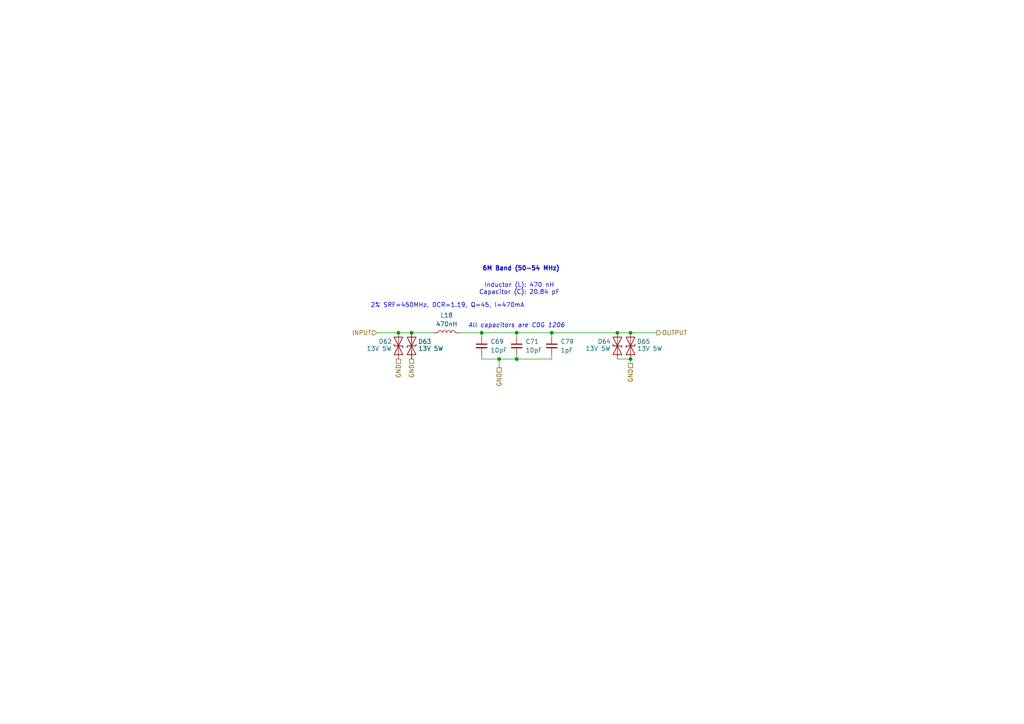
<source format=kicad_sch>
(kicad_sch (version 20231120) (generator "eeschema") (generator_version "8.0")
  (paper "A4")
  (lib_symbols
    (symbol "Device:C_Small" (pin_numbers hide) (pin_names (offset 0.254) hide)
      (property "Reference" "C" (at 0.254 1.778 0))
      (property "Value" "C_Small" (at 0.254 -2.032 0))
      (symbol "C_Small_0_1"
        (polyline (pts (xy -1.524 -0.508) (xy 1.524 -0.508)) (stroke (width 0.3302)))
        (polyline (pts (xy -1.524 0.508) (xy 1.524 0.508)) (stroke (width 0.3048)))
      )
      (symbol "C_Small_1_1"
        (pin passive line (at 0 2.54 270) (length 2.032) (name "~") (number "1"))
        (pin passive line (at 0 -2.54 90) (length 2.032) (name "~") (number "2"))
      )
    )
    (symbol "Device:L" (pin_numbers hide) (pin_names (offset 1.016) hide)
      (property "Reference" "L" (at -1.27 0 90))
      (property "Value" "L" (at 1.905 0 90))
      (symbol "L_0_1"
        (arc (start 0 -2.54) (mid 0.6323 -1.905) (end 0 -1.27))
        (arc (start 0 -1.27) (mid 0.6323 -0.635) (end 0 0))
        (arc (start 0 0) (mid 0.6323 0.635) (end 0 1.27))
        (arc (start 0 1.27) (mid 0.6323 1.905) (end 0 2.54))
      )
      (symbol "L_1_1"
        (pin passive line (at 0 3.81 270) (length 1.27) (name "1") (number "1"))
        (pin passive line (at 0 -3.81 90) (length 1.27) (name "2") (number "2"))
      )
    )
    (symbol "Diode:SD15_SOD323" (pin_numbers hide) (pin_names (offset 1.016) hide)
      (property "Reference" "D" (at 0 2.54 0))
      (property "Value" "SD15_SOD323" (at 0 -2.54 0))
      (symbol "SD15_SOD323_0_1"
        (polyline (pts (xy 1.27 0) (xy -1.27 0)))
        (polyline (pts (xy -2.54 -1.27) (xy 0 0) (xy -2.54 1.27) (xy -2.54 -1.27)) (stroke (width 0.2032)))
        (polyline (pts (xy 0.508 1.27) (xy 0 1.27) (xy 0 -1.27) (xy -0.508 -1.27)) (stroke (width 0.2032)))
        (polyline (pts (xy 2.54 1.27) (xy 2.54 -1.27) (xy 0 0) (xy 2.54 1.27)) (stroke (width 0.2032)))
      )
      (symbol "SD15_SOD323_1_1"
        (pin passive line (at -3.81 0 0) (length 2.54) (name "A1") (number "1"))
        (pin passive line (at 3.81 0 180) (length 2.54) (name "A2") (number "2"))
      )
    )
  )
  (junction (at 139.7 96.52))
  (junction (at 119.38 96.52))
  (junction (at 144.78 104.14))
  (junction (at 182.88 96.52))
  (junction (at 149.86 104.14))
  (junction (at 160.02 96.52))
  (junction (at 182.88 104.14))
  (junction (at 149.86 96.52))
  (junction (at 179.07 96.52))
  (junction (at 115.57 96.52))
  (wire (pts (xy 139.7 96.52) (xy 149.86 96.52)))
  (wire (pts (xy 179.07 96.52) (xy 182.88 96.52)))
  (wire (pts (xy 149.86 102.87) (xy 149.86 104.14)))
  (wire (pts (xy 119.38 96.52) (xy 125.73 96.52)))
  (wire (pts (xy 144.78 104.14) (xy 149.86 104.14)))
  (wire (pts (xy 160.02 104.14) (xy 160.02 102.87)))
  (wire (pts (xy 160.02 96.52) (xy 179.07 96.52)))
  (wire (pts (xy 133.35 96.52) (xy 139.7 96.52)))
  (wire (pts (xy 179.07 104.14) (xy 182.88 104.14)))
  (wire (pts (xy 139.7 102.87) (xy 139.7 104.14)))
  (wire (pts (xy 139.7 104.14) (xy 144.78 104.14)))
  (wire (pts (xy 149.86 104.14) (xy 160.02 104.14)))
  (wire (pts (xy 144.78 104.14) (xy 144.78 106.68)))
  (wire (pts (xy 109.22 96.52) (xy 115.57 96.52)))
  (wire (pts (xy 149.86 96.52) (xy 149.86 97.79)))
  (wire (pts (xy 182.88 96.52) (xy 190.5 96.52)))
  (wire (pts (xy 139.7 96.52) (xy 139.7 97.79)))
  (wire (pts (xy 160.02 96.52) (xy 160.02 97.79)))
  (wire (pts (xy 182.88 104.14) (xy 182.88 105.41)))
  (wire (pts (xy 115.57 96.52) (xy 119.38 96.52)))
  (wire (pts (xy 149.86 96.52) (xy 160.02 96.52)))
  (text "Inductor (L): 470 nH\nCapacitor (C): 20.84 pF" (at 150.622 83.82 0) (effects (font (size 1.27 1.27))))
  (text "6M Band (50-54 MHz)" (at 151.13 77.978 0) (effects (font (size 1.27 1.27) (thickness 0.254) (bold yes))))
  (text "All capacitors are C0G 1206" (at 149.86 94.488 0) (effects (font (size 1.27 1.27) (italic yes))))
  (text "2% SRF=450MHz, DCR=1.19, Q=45, I=470mA" (at 129.794 88.646 0) (effects (font (size 1.27 1.27))))
  (hierarchical_label "GND" (shape passive) (at 144.78 106.68 270))
  (hierarchical_label "GND" (shape passive) (at 119.38 104.14 270))
  (hierarchical_label "GND" (shape passive) (at 115.57 104.14 270))
  (hierarchical_label "OUTPUT" (shape output) (at 190.5 96.52 0))
  (hierarchical_label "GND" (shape passive) (at 182.88 105.41 270))
  (hierarchical_label "INPUT" (shape input) (at 109.22 96.52 180))
  (symbol (lib_id "Device:C_Small") (at 160.02 100.33 0) (unit 1)
    (property "Reference" "C79" (at 162.56 99.0662 0) (effects (justify left)))
    (property "Value" "1pF" (at 162.56 101.6062 0) (effects (justify left)))
    (property "Footprint" "Capacitor_SMD:C_1206_3216Metric" (effects (hide yes)))
    (property "Datasheet" "https://wmsc.lcsc.com/wmsc/upload/file/pdf/v2/lcsc/2304140030_FH--Guangdong-Fenghua-Advanced-Tech-1206CG1R0C500NT_C1891.pdf" (effects (hide yes)))
    (property "Description" "Unpolarized capacitor, small symbol" (effects (hide yes)))
    (property "LCSC Part #" "C1891" (effects (hide yes)))
    (property "MPN" "1206CG1R0C500NT" (effects (hide yes)))
    (property "Manufacturer" "Fenghua" (effects (hide yes)))
  )
  (symbol (lib_id "Device:C_Small") (at 149.86 100.33 0) (unit 1)
    (property "Reference" "C71" (at 152.4 99.0662 0) (effects (justify left)))
    (property "Value" "10pF" (at 152.4 101.6062 0) (effects (justify left)))
    (property "Footprint" "Capacitor_SMD:C_1206_3216Metric" (effects (hide yes)))
    (property "Datasheet" "https://wmsc.lcsc.com/wmsc/upload/file/pdf/v2/lcsc/2304140030_CCTC-TCC1206COG100J102DT_C377014.pdf" (effects (hide yes)))
    (property "Description" "1kV 10pF C0G ±5% 1206 Multilayer Ceramic Capacitors MLCC - SMD/SMT ROHS" (effects (hide yes)))
    (property "LCSC Part #" "C377014" (effects (hide yes)))
    (property "MPN" "TCC1206COG100J102DT" (effects (hide yes)))
    (property "Manufacturer" "CCTC" (effects (hide yes)))
  )
  (symbol (lib_id "Diode:SD15_SOD323") (at 182.88 100.33 270) (mirror x) (unit 1)
    (property "Reference" "D65" (at 186.69 99.06 90))
    (property "Value" "13V 5W" (at 188.468 101.092 90))
    (property "Footprint" "Diode_SMD:D_0603_1608Metric" (effects (hide yes)))
    (property "Datasheet" "https://wmsc.lcsc.com/wmsc/upload/file/pdf/v2/lcsc/1912111437_DOWO-SMB5350B_C284082.pdf" (effects (hide yes)))
    (property "Description" "Independent Type 5W 13V SMB(DO-214AA) Zener Diodes ROHS" (effects (hide yes)))
    (property "LCSC Part #" "C284082" (effects (hide yes)))
    (property "MPN" "SMB5350B" (effects (hide yes)))
    (property "Manufacturer" "DOWO" (effects (hide yes)))
  )
  (symbol (lib_id "Diode:SD15_SOD323") (at 115.57 100.33 90) (unit 1)
    (property "Reference" "D62" (at 111.76 99.06 90))
    (property "Value" "13V 5W" (at 109.982 101.092 90))
    (property "Footprint" "Diode_SMD:D_0603_1608Metric" (effects (hide yes)))
    (property "Datasheet" "https://wmsc.lcsc.com/wmsc/upload/file/pdf/v2/lcsc/1912111437_DOWO-SMB5350B_C284082.pdf" (effects (hide yes)))
    (property "Description" "Independent Type 5W 13V SMB(DO-214AA) Zener Diodes ROHS" (effects (hide yes)))
    (property "LCSC Part #" "C284082" (effects (hide yes)))
    (property "MPN" "SMB5350B" (effects (hide yes)))
    (property "Manufacturer" "DOWO" (effects (hide yes)))
  )
  (symbol (lib_id "Diode:SD15_SOD323") (at 179.07 100.33 90) (unit 1)
    (property "Reference" "D64" (at 175.26 99.06 90))
    (property "Value" "13V 5W" (at 173.482 101.092 90))
    (property "Footprint" "Diode_SMD:D_0603_1608Metric" (effects (hide yes)))
    (property "Datasheet" "https://wmsc.lcsc.com/wmsc/upload/file/pdf/v2/lcsc/1912111437_DOWO-SMB5350B_C284082.pdf" (effects (hide yes)))
    (property "Description" "Independent Type 5W 13V SMB(DO-214AA) Zener Diodes ROHS" (effects (hide yes)))
    (property "LCSC Part #" "C284082" (effects (hide yes)))
    (property "MPN" "SMB5350B" (effects (hide yes)))
    (property "Manufacturer" "DOWO" (effects (hide yes)))
  )
  (symbol (lib_id "Diode:SD15_SOD323") (at 119.38 100.33 270) (mirror x) (unit 1)
    (property "Reference" "D63" (at 123.19 99.06 90))
    (property "Value" "13V 5W" (at 124.968 101.092 90))
    (property "Footprint" "Diode_SMD:D_0603_1608Metric" (effects (hide yes)))
    (property "Datasheet" "https://wmsc.lcsc.com/wmsc/upload/file/pdf/v2/lcsc/1912111437_DOWO-SMB5350B_C284082.pdf" (effects (hide yes)))
    (property "Description" "Independent Type 5W 13V SMB(DO-214AA) Zener Diodes ROHS" (effects (hide yes)))
    (property "LCSC Part #" "C284082" (effects (hide yes)))
    (property "MPN" "SMB5350B" (effects (hide yes)))
    (property "Manufacturer" "DOWO" (effects (hide yes)))
  )
  (symbol (lib_id "Device:L") (at 129.54 96.52 90) (unit 1)
    (property "Reference" "L18" (at 129.54 91.44 90))
    (property "Value" "470nH" (at 129.54 93.98 90))
    (property "Footprint" "Inductor_SMD:L_1008_2520Metric" (effects (hide yes)))
    (property "Datasheet" "https://wmsc.lcsc.com/wmsc/upload/file/pdf/v2/lcsc/1912111437_PSA-Prosperity-Dielectrics-FEC1008CP-R47G-LRH_C346450.pdf" (effects (hide yes)))
    (property "Description" "470mA 470nH ±2% 1.19Ω 1008 Inductors (SMD) ROHS" (effects (hide yes)))
    (property "LCSC Part #" "C346450" (effects (hide yes)))
    (property "MPN" "FEC1008CP-R47G-LRH" (effects (hide yes)))
    (property "Manufacturer" "Prosperity" (effects (hide yes)))
  )
  (symbol (lib_id "Device:C_Small") (at 139.7 100.33 0) (unit 1)
    (property "Reference" "C69" (at 142.24 99.0662 0) (effects (justify left)))
    (property "Value" "10pF" (at 142.24 101.6062 0) (effects (justify left)))
    (property "Footprint" "Capacitor_SMD:C_1206_3216Metric" (effects (hide yes)))
    (property "Datasheet" "https://wmsc.lcsc.com/wmsc/upload/file/pdf/v2/lcsc/2304140030_CCTC-TCC1206COG100J102DT_C377014.pdf" (effects (hide yes)))
    (property "Description" "1kV 10pF C0G ±5% 1206 Multilayer Ceramic Capacitors MLCC - SMD/SMT ROHS" (effects (hide yes)))
    (property "LCSC Part #" "C377014" (effects (hide yes)))
    (property "MPN" "TCC1206COG100J102DT" (effects (hide yes)))
    (property "Manufacturer" "CCTC" (effects (hide yes)))
  )
)
</source>
